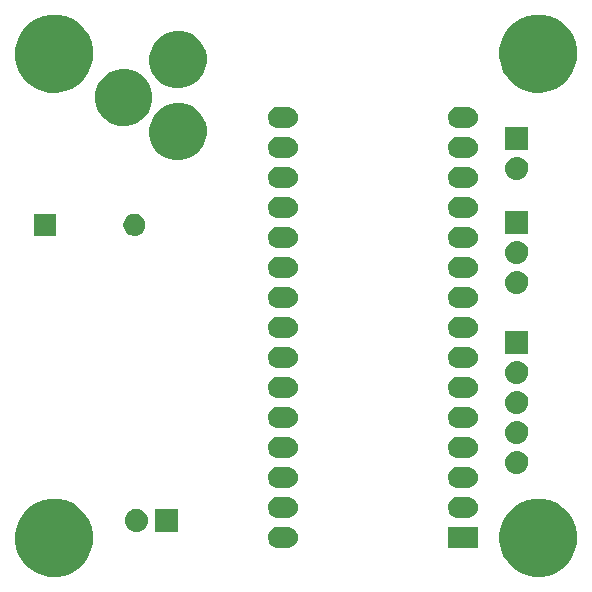
<source format=gbs>
G04 #@! TF.FileFunction,Soldermask,Bot*
%FSLAX46Y46*%
G04 Gerber Fmt 4.6, Leading zero omitted, Abs format (unit mm)*
G04 Created by KiCad (PCBNEW 4.0.5) date 07/30/17 20:50:31*
%MOMM*%
%LPD*%
G01*
G04 APERTURE LIST*
%ADD10C,0.150000*%
G04 APERTURE END LIST*
D10*
G36*
X4346822Y-41700197D02*
X4981155Y-41830406D01*
X5578108Y-42081343D01*
X6114960Y-42443454D01*
X6571249Y-42902939D01*
X6929601Y-43442303D01*
X7176366Y-44040998D01*
X7302057Y-44675784D01*
X7302057Y-44675792D01*
X7302142Y-44676222D01*
X7291814Y-45415853D01*
X7291717Y-45416279D01*
X7291717Y-45416291D01*
X7148352Y-46047317D01*
X6884966Y-46638889D01*
X6511695Y-47168035D01*
X6042752Y-47614603D01*
X5496003Y-47961580D01*
X4892268Y-48195755D01*
X4254553Y-48308201D01*
X3607140Y-48294639D01*
X2974685Y-48155585D01*
X2381291Y-47896338D01*
X1849552Y-47526769D01*
X1399720Y-47060955D01*
X1048936Y-46516643D01*
X810554Y-45914559D01*
X693657Y-45277641D01*
X702699Y-44630145D01*
X837332Y-43996744D01*
X1092432Y-43401552D01*
X1458279Y-42867245D01*
X1920941Y-42414172D01*
X2462794Y-42059594D01*
X3063198Y-41817015D01*
X3699284Y-41695675D01*
X4346822Y-41700197D01*
X4346822Y-41700197D01*
G37*
G36*
X45346822Y-41700197D02*
X45981155Y-41830406D01*
X46578108Y-42081343D01*
X47114960Y-42443454D01*
X47571249Y-42902939D01*
X47929601Y-43442303D01*
X48176366Y-44040998D01*
X48302057Y-44675784D01*
X48302057Y-44675792D01*
X48302142Y-44676222D01*
X48291814Y-45415853D01*
X48291717Y-45416279D01*
X48291717Y-45416291D01*
X48148352Y-46047317D01*
X47884966Y-46638889D01*
X47511695Y-47168035D01*
X47042752Y-47614603D01*
X46496003Y-47961580D01*
X45892268Y-48195755D01*
X45254553Y-48308201D01*
X44607140Y-48294639D01*
X43974685Y-48155585D01*
X43381291Y-47896338D01*
X42849552Y-47526769D01*
X42399720Y-47060955D01*
X42048936Y-46516643D01*
X41810554Y-45914559D01*
X41693657Y-45277641D01*
X41702699Y-44630145D01*
X41837332Y-43996744D01*
X42092432Y-43401552D01*
X42458279Y-42867245D01*
X42920941Y-42414172D01*
X43462794Y-42059594D01*
X44063198Y-41817015D01*
X44699284Y-41695675D01*
X45346822Y-41700197D01*
X45346822Y-41700197D01*
G37*
G36*
X39878000Y-45872400D02*
X37338000Y-45872400D01*
X37338000Y-44043600D01*
X39878000Y-44043600D01*
X39878000Y-45872400D01*
X39878000Y-45872400D01*
G37*
G36*
X23739934Y-44043670D02*
X23739944Y-44043671D01*
X23742512Y-44043689D01*
X23919859Y-44063582D01*
X24089965Y-44117543D01*
X24246351Y-44203516D01*
X24383059Y-44318228D01*
X24494882Y-44457308D01*
X24577562Y-44615460D01*
X24627948Y-44786659D01*
X24627951Y-44786696D01*
X24627956Y-44786712D01*
X24644125Y-44964384D01*
X24625478Y-45141803D01*
X24625474Y-45141815D01*
X24625469Y-45141866D01*
X24572697Y-45312344D01*
X24487817Y-45469326D01*
X24374063Y-45606831D01*
X24235766Y-45719623D01*
X24078196Y-45803405D01*
X23907353Y-45854985D01*
X23729745Y-45872400D01*
X23006103Y-45872400D01*
X22996066Y-45872330D01*
X22996056Y-45872329D01*
X22993488Y-45872311D01*
X22816141Y-45852418D01*
X22646035Y-45798457D01*
X22489649Y-45712484D01*
X22352941Y-45597772D01*
X22241118Y-45458692D01*
X22158438Y-45300540D01*
X22108052Y-45129341D01*
X22108049Y-45129304D01*
X22108044Y-45129288D01*
X22091875Y-44951616D01*
X22110522Y-44774197D01*
X22110526Y-44774185D01*
X22110531Y-44774134D01*
X22163303Y-44603656D01*
X22248183Y-44446674D01*
X22361937Y-44309169D01*
X22500234Y-44196377D01*
X22657804Y-44112595D01*
X22828647Y-44061015D01*
X23006255Y-44043600D01*
X23729897Y-44043600D01*
X23739934Y-44043670D01*
X23739934Y-44043670D01*
G37*
G36*
X11156393Y-42538218D02*
X11156411Y-42538224D01*
X11156453Y-42538228D01*
X11338603Y-42594613D01*
X11506331Y-42685303D01*
X11653251Y-42806845D01*
X11773764Y-42954609D01*
X11863281Y-43122967D01*
X11918393Y-43305506D01*
X11937000Y-43495273D01*
X11937000Y-43504882D01*
X11936924Y-43515791D01*
X11936923Y-43515801D01*
X11936905Y-43518368D01*
X11915650Y-43707857D01*
X11857995Y-43889608D01*
X11766136Y-44056700D01*
X11643571Y-44202767D01*
X11494969Y-44322246D01*
X11325991Y-44410586D01*
X11143072Y-44464422D01*
X11143032Y-44464426D01*
X11143017Y-44464430D01*
X10953179Y-44481707D01*
X10763607Y-44461782D01*
X10763589Y-44461776D01*
X10763547Y-44461772D01*
X10581397Y-44405387D01*
X10413669Y-44314697D01*
X10266749Y-44193155D01*
X10146236Y-44045391D01*
X10056719Y-43877033D01*
X10001607Y-43694494D01*
X9983000Y-43504727D01*
X9983000Y-43495118D01*
X9983076Y-43484209D01*
X9983077Y-43484199D01*
X9983095Y-43481632D01*
X10004350Y-43292143D01*
X10062005Y-43110392D01*
X10153864Y-42943300D01*
X10276429Y-42797233D01*
X10425031Y-42677754D01*
X10594009Y-42589414D01*
X10776928Y-42535578D01*
X10776968Y-42535574D01*
X10776983Y-42535570D01*
X10966821Y-42518293D01*
X11156393Y-42538218D01*
X11156393Y-42538218D01*
G37*
G36*
X14477000Y-44477000D02*
X12523000Y-44477000D01*
X12523000Y-42523000D01*
X14477000Y-42523000D01*
X14477000Y-44477000D01*
X14477000Y-44477000D01*
G37*
G36*
X23739934Y-41503670D02*
X23739944Y-41503671D01*
X23742512Y-41503689D01*
X23919859Y-41523582D01*
X24089965Y-41577543D01*
X24246351Y-41663516D01*
X24383059Y-41778228D01*
X24494882Y-41917308D01*
X24577562Y-42075460D01*
X24627948Y-42246659D01*
X24627951Y-42246696D01*
X24627956Y-42246712D01*
X24644125Y-42424384D01*
X24625478Y-42601803D01*
X24625474Y-42601815D01*
X24625469Y-42601866D01*
X24572697Y-42772344D01*
X24487817Y-42929326D01*
X24374063Y-43066831D01*
X24235766Y-43179623D01*
X24078196Y-43263405D01*
X23907353Y-43314985D01*
X23729745Y-43332400D01*
X23006103Y-43332400D01*
X22996066Y-43332330D01*
X22996056Y-43332329D01*
X22993488Y-43332311D01*
X22816141Y-43312418D01*
X22646035Y-43258457D01*
X22489649Y-43172484D01*
X22352941Y-43057772D01*
X22241118Y-42918692D01*
X22158438Y-42760540D01*
X22108052Y-42589341D01*
X22108049Y-42589304D01*
X22108044Y-42589288D01*
X22091875Y-42411616D01*
X22110522Y-42234197D01*
X22110526Y-42234185D01*
X22110531Y-42234134D01*
X22163303Y-42063656D01*
X22248183Y-41906674D01*
X22361937Y-41769169D01*
X22500234Y-41656377D01*
X22657804Y-41572595D01*
X22828647Y-41521015D01*
X23006255Y-41503600D01*
X23729897Y-41503600D01*
X23739934Y-41503670D01*
X23739934Y-41503670D01*
G37*
G36*
X38979934Y-41503670D02*
X38979944Y-41503671D01*
X38982512Y-41503689D01*
X39159859Y-41523582D01*
X39329965Y-41577543D01*
X39486351Y-41663516D01*
X39623059Y-41778228D01*
X39734882Y-41917308D01*
X39817562Y-42075460D01*
X39867948Y-42246659D01*
X39867951Y-42246696D01*
X39867956Y-42246712D01*
X39884125Y-42424384D01*
X39865478Y-42601803D01*
X39865474Y-42601815D01*
X39865469Y-42601866D01*
X39812697Y-42772344D01*
X39727817Y-42929326D01*
X39614063Y-43066831D01*
X39475766Y-43179623D01*
X39318196Y-43263405D01*
X39147353Y-43314985D01*
X38969745Y-43332400D01*
X38246103Y-43332400D01*
X38236066Y-43332330D01*
X38236056Y-43332329D01*
X38233488Y-43332311D01*
X38056141Y-43312418D01*
X37886035Y-43258457D01*
X37729649Y-43172484D01*
X37592941Y-43057772D01*
X37481118Y-42918692D01*
X37398438Y-42760540D01*
X37348052Y-42589341D01*
X37348049Y-42589304D01*
X37348044Y-42589288D01*
X37331875Y-42411616D01*
X37350522Y-42234197D01*
X37350526Y-42234185D01*
X37350531Y-42234134D01*
X37403303Y-42063656D01*
X37488183Y-41906674D01*
X37601937Y-41769169D01*
X37740234Y-41656377D01*
X37897804Y-41572595D01*
X38068647Y-41521015D01*
X38246255Y-41503600D01*
X38969897Y-41503600D01*
X38979934Y-41503670D01*
X38979934Y-41503670D01*
G37*
G36*
X38979934Y-38963670D02*
X38979944Y-38963671D01*
X38982512Y-38963689D01*
X39159859Y-38983582D01*
X39329965Y-39037543D01*
X39486351Y-39123516D01*
X39623059Y-39238228D01*
X39734882Y-39377308D01*
X39817562Y-39535460D01*
X39867948Y-39706659D01*
X39867951Y-39706696D01*
X39867956Y-39706712D01*
X39884125Y-39884384D01*
X39865478Y-40061803D01*
X39865474Y-40061815D01*
X39865469Y-40061866D01*
X39812697Y-40232344D01*
X39727817Y-40389326D01*
X39614063Y-40526831D01*
X39475766Y-40639623D01*
X39318196Y-40723405D01*
X39147353Y-40774985D01*
X38969745Y-40792400D01*
X38246103Y-40792400D01*
X38236066Y-40792330D01*
X38236056Y-40792329D01*
X38233488Y-40792311D01*
X38056141Y-40772418D01*
X37886035Y-40718457D01*
X37729649Y-40632484D01*
X37592941Y-40517772D01*
X37481118Y-40378692D01*
X37398438Y-40220540D01*
X37348052Y-40049341D01*
X37348049Y-40049304D01*
X37348044Y-40049288D01*
X37331875Y-39871616D01*
X37350522Y-39694197D01*
X37350526Y-39694185D01*
X37350531Y-39694134D01*
X37403303Y-39523656D01*
X37488183Y-39366674D01*
X37601937Y-39229169D01*
X37740234Y-39116377D01*
X37897804Y-39032595D01*
X38068647Y-38981015D01*
X38246255Y-38963600D01*
X38969897Y-38963600D01*
X38979934Y-38963670D01*
X38979934Y-38963670D01*
G37*
G36*
X23739934Y-38963670D02*
X23739944Y-38963671D01*
X23742512Y-38963689D01*
X23919859Y-38983582D01*
X24089965Y-39037543D01*
X24246351Y-39123516D01*
X24383059Y-39238228D01*
X24494882Y-39377308D01*
X24577562Y-39535460D01*
X24627948Y-39706659D01*
X24627951Y-39706696D01*
X24627956Y-39706712D01*
X24644125Y-39884384D01*
X24625478Y-40061803D01*
X24625474Y-40061815D01*
X24625469Y-40061866D01*
X24572697Y-40232344D01*
X24487817Y-40389326D01*
X24374063Y-40526831D01*
X24235766Y-40639623D01*
X24078196Y-40723405D01*
X23907353Y-40774985D01*
X23729745Y-40792400D01*
X23006103Y-40792400D01*
X22996066Y-40792330D01*
X22996056Y-40792329D01*
X22993488Y-40792311D01*
X22816141Y-40772418D01*
X22646035Y-40718457D01*
X22489649Y-40632484D01*
X22352941Y-40517772D01*
X22241118Y-40378692D01*
X22158438Y-40220540D01*
X22108052Y-40049341D01*
X22108049Y-40049304D01*
X22108044Y-40049288D01*
X22091875Y-39871616D01*
X22110522Y-39694197D01*
X22110526Y-39694185D01*
X22110531Y-39694134D01*
X22163303Y-39523656D01*
X22248183Y-39366674D01*
X22361937Y-39229169D01*
X22500234Y-39116377D01*
X22657804Y-39032595D01*
X22828647Y-38981015D01*
X23006255Y-38963600D01*
X23729897Y-38963600D01*
X23739934Y-38963670D01*
X23739934Y-38963670D01*
G37*
G36*
X43195791Y-37631076D02*
X43195801Y-37631077D01*
X43198368Y-37631095D01*
X43387857Y-37652350D01*
X43569608Y-37710005D01*
X43736700Y-37801864D01*
X43882767Y-37924429D01*
X44002246Y-38073031D01*
X44090586Y-38242009D01*
X44144422Y-38424928D01*
X44144426Y-38424968D01*
X44144430Y-38424983D01*
X44161707Y-38614821D01*
X44141782Y-38804393D01*
X44141776Y-38804411D01*
X44141772Y-38804453D01*
X44085387Y-38986603D01*
X43994697Y-39154331D01*
X43873155Y-39301251D01*
X43725391Y-39421764D01*
X43557033Y-39511281D01*
X43374494Y-39566393D01*
X43184727Y-39585000D01*
X43175118Y-39585000D01*
X43164209Y-39584924D01*
X43164199Y-39584923D01*
X43161632Y-39584905D01*
X42972143Y-39563650D01*
X42790392Y-39505995D01*
X42623300Y-39414136D01*
X42477233Y-39291571D01*
X42357754Y-39142969D01*
X42269414Y-38973991D01*
X42215578Y-38791072D01*
X42215574Y-38791032D01*
X42215570Y-38791017D01*
X42198293Y-38601179D01*
X42218218Y-38411607D01*
X42218224Y-38411589D01*
X42218228Y-38411547D01*
X42274613Y-38229397D01*
X42365303Y-38061669D01*
X42486845Y-37914749D01*
X42634609Y-37794236D01*
X42802967Y-37704719D01*
X42985506Y-37649607D01*
X43175273Y-37631000D01*
X43184882Y-37631000D01*
X43195791Y-37631076D01*
X43195791Y-37631076D01*
G37*
G36*
X23739934Y-36423670D02*
X23739944Y-36423671D01*
X23742512Y-36423689D01*
X23919859Y-36443582D01*
X24089965Y-36497543D01*
X24246351Y-36583516D01*
X24383059Y-36698228D01*
X24494882Y-36837308D01*
X24577562Y-36995460D01*
X24627948Y-37166659D01*
X24627951Y-37166696D01*
X24627956Y-37166712D01*
X24644125Y-37344384D01*
X24625478Y-37521803D01*
X24625474Y-37521815D01*
X24625469Y-37521866D01*
X24572697Y-37692344D01*
X24487817Y-37849326D01*
X24374063Y-37986831D01*
X24235766Y-38099623D01*
X24078196Y-38183405D01*
X23907353Y-38234985D01*
X23729745Y-38252400D01*
X23006103Y-38252400D01*
X22996066Y-38252330D01*
X22996056Y-38252329D01*
X22993488Y-38252311D01*
X22816141Y-38232418D01*
X22646035Y-38178457D01*
X22489649Y-38092484D01*
X22352941Y-37977772D01*
X22241118Y-37838692D01*
X22158438Y-37680540D01*
X22108052Y-37509341D01*
X22108049Y-37509304D01*
X22108044Y-37509288D01*
X22091875Y-37331616D01*
X22110522Y-37154197D01*
X22110526Y-37154185D01*
X22110531Y-37154134D01*
X22163303Y-36983656D01*
X22248183Y-36826674D01*
X22361937Y-36689169D01*
X22500234Y-36576377D01*
X22657804Y-36492595D01*
X22828647Y-36441015D01*
X23006255Y-36423600D01*
X23729897Y-36423600D01*
X23739934Y-36423670D01*
X23739934Y-36423670D01*
G37*
G36*
X38979934Y-36423670D02*
X38979944Y-36423671D01*
X38982512Y-36423689D01*
X39159859Y-36443582D01*
X39329965Y-36497543D01*
X39486351Y-36583516D01*
X39623059Y-36698228D01*
X39734882Y-36837308D01*
X39817562Y-36995460D01*
X39867948Y-37166659D01*
X39867951Y-37166696D01*
X39867956Y-37166712D01*
X39884125Y-37344384D01*
X39865478Y-37521803D01*
X39865474Y-37521815D01*
X39865469Y-37521866D01*
X39812697Y-37692344D01*
X39727817Y-37849326D01*
X39614063Y-37986831D01*
X39475766Y-38099623D01*
X39318196Y-38183405D01*
X39147353Y-38234985D01*
X38969745Y-38252400D01*
X38246103Y-38252400D01*
X38236066Y-38252330D01*
X38236056Y-38252329D01*
X38233488Y-38252311D01*
X38056141Y-38232418D01*
X37886035Y-38178457D01*
X37729649Y-38092484D01*
X37592941Y-37977772D01*
X37481118Y-37838692D01*
X37398438Y-37680540D01*
X37348052Y-37509341D01*
X37348049Y-37509304D01*
X37348044Y-37509288D01*
X37331875Y-37331616D01*
X37350522Y-37154197D01*
X37350526Y-37154185D01*
X37350531Y-37154134D01*
X37403303Y-36983656D01*
X37488183Y-36826674D01*
X37601937Y-36689169D01*
X37740234Y-36576377D01*
X37897804Y-36492595D01*
X38068647Y-36441015D01*
X38246255Y-36423600D01*
X38969897Y-36423600D01*
X38979934Y-36423670D01*
X38979934Y-36423670D01*
G37*
G36*
X43195791Y-35091076D02*
X43195801Y-35091077D01*
X43198368Y-35091095D01*
X43387857Y-35112350D01*
X43569608Y-35170005D01*
X43736700Y-35261864D01*
X43882767Y-35384429D01*
X44002246Y-35533031D01*
X44090586Y-35702009D01*
X44144422Y-35884928D01*
X44144426Y-35884968D01*
X44144430Y-35884983D01*
X44161707Y-36074821D01*
X44141782Y-36264393D01*
X44141776Y-36264411D01*
X44141772Y-36264453D01*
X44085387Y-36446603D01*
X43994697Y-36614331D01*
X43873155Y-36761251D01*
X43725391Y-36881764D01*
X43557033Y-36971281D01*
X43374494Y-37026393D01*
X43184727Y-37045000D01*
X43175118Y-37045000D01*
X43164209Y-37044924D01*
X43164199Y-37044923D01*
X43161632Y-37044905D01*
X42972143Y-37023650D01*
X42790392Y-36965995D01*
X42623300Y-36874136D01*
X42477233Y-36751571D01*
X42357754Y-36602969D01*
X42269414Y-36433991D01*
X42215578Y-36251072D01*
X42215574Y-36251032D01*
X42215570Y-36251017D01*
X42198293Y-36061179D01*
X42218218Y-35871607D01*
X42218224Y-35871589D01*
X42218228Y-35871547D01*
X42274613Y-35689397D01*
X42365303Y-35521669D01*
X42486845Y-35374749D01*
X42634609Y-35254236D01*
X42802967Y-35164719D01*
X42985506Y-35109607D01*
X43175273Y-35091000D01*
X43184882Y-35091000D01*
X43195791Y-35091076D01*
X43195791Y-35091076D01*
G37*
G36*
X38979934Y-33883670D02*
X38979944Y-33883671D01*
X38982512Y-33883689D01*
X39159859Y-33903582D01*
X39329965Y-33957543D01*
X39486351Y-34043516D01*
X39623059Y-34158228D01*
X39734882Y-34297308D01*
X39817562Y-34455460D01*
X39867948Y-34626659D01*
X39867951Y-34626696D01*
X39867956Y-34626712D01*
X39884125Y-34804384D01*
X39865478Y-34981803D01*
X39865474Y-34981815D01*
X39865469Y-34981866D01*
X39812697Y-35152344D01*
X39727817Y-35309326D01*
X39614063Y-35446831D01*
X39475766Y-35559623D01*
X39318196Y-35643405D01*
X39147353Y-35694985D01*
X38969745Y-35712400D01*
X38246103Y-35712400D01*
X38236066Y-35712330D01*
X38236056Y-35712329D01*
X38233488Y-35712311D01*
X38056141Y-35692418D01*
X37886035Y-35638457D01*
X37729649Y-35552484D01*
X37592941Y-35437772D01*
X37481118Y-35298692D01*
X37398438Y-35140540D01*
X37348052Y-34969341D01*
X37348049Y-34969304D01*
X37348044Y-34969288D01*
X37331875Y-34791616D01*
X37350522Y-34614197D01*
X37350526Y-34614185D01*
X37350531Y-34614134D01*
X37403303Y-34443656D01*
X37488183Y-34286674D01*
X37601937Y-34149169D01*
X37740234Y-34036377D01*
X37897804Y-33952595D01*
X38068647Y-33901015D01*
X38246255Y-33883600D01*
X38969897Y-33883600D01*
X38979934Y-33883670D01*
X38979934Y-33883670D01*
G37*
G36*
X23739934Y-33883670D02*
X23739944Y-33883671D01*
X23742512Y-33883689D01*
X23919859Y-33903582D01*
X24089965Y-33957543D01*
X24246351Y-34043516D01*
X24383059Y-34158228D01*
X24494882Y-34297308D01*
X24577562Y-34455460D01*
X24627948Y-34626659D01*
X24627951Y-34626696D01*
X24627956Y-34626712D01*
X24644125Y-34804384D01*
X24625478Y-34981803D01*
X24625474Y-34981815D01*
X24625469Y-34981866D01*
X24572697Y-35152344D01*
X24487817Y-35309326D01*
X24374063Y-35446831D01*
X24235766Y-35559623D01*
X24078196Y-35643405D01*
X23907353Y-35694985D01*
X23729745Y-35712400D01*
X23006103Y-35712400D01*
X22996066Y-35712330D01*
X22996056Y-35712329D01*
X22993488Y-35712311D01*
X22816141Y-35692418D01*
X22646035Y-35638457D01*
X22489649Y-35552484D01*
X22352941Y-35437772D01*
X22241118Y-35298692D01*
X22158438Y-35140540D01*
X22108052Y-34969341D01*
X22108049Y-34969304D01*
X22108044Y-34969288D01*
X22091875Y-34791616D01*
X22110522Y-34614197D01*
X22110526Y-34614185D01*
X22110531Y-34614134D01*
X22163303Y-34443656D01*
X22248183Y-34286674D01*
X22361937Y-34149169D01*
X22500234Y-34036377D01*
X22657804Y-33952595D01*
X22828647Y-33901015D01*
X23006255Y-33883600D01*
X23729897Y-33883600D01*
X23739934Y-33883670D01*
X23739934Y-33883670D01*
G37*
G36*
X43195791Y-32551076D02*
X43195801Y-32551077D01*
X43198368Y-32551095D01*
X43387857Y-32572350D01*
X43569608Y-32630005D01*
X43736700Y-32721864D01*
X43882767Y-32844429D01*
X44002246Y-32993031D01*
X44090586Y-33162009D01*
X44144422Y-33344928D01*
X44144426Y-33344968D01*
X44144430Y-33344983D01*
X44161707Y-33534821D01*
X44141782Y-33724393D01*
X44141776Y-33724411D01*
X44141772Y-33724453D01*
X44085387Y-33906603D01*
X43994697Y-34074331D01*
X43873155Y-34221251D01*
X43725391Y-34341764D01*
X43557033Y-34431281D01*
X43374494Y-34486393D01*
X43184727Y-34505000D01*
X43175118Y-34505000D01*
X43164209Y-34504924D01*
X43164199Y-34504923D01*
X43161632Y-34504905D01*
X42972143Y-34483650D01*
X42790392Y-34425995D01*
X42623300Y-34334136D01*
X42477233Y-34211571D01*
X42357754Y-34062969D01*
X42269414Y-33893991D01*
X42215578Y-33711072D01*
X42215574Y-33711032D01*
X42215570Y-33711017D01*
X42198293Y-33521179D01*
X42218218Y-33331607D01*
X42218224Y-33331589D01*
X42218228Y-33331547D01*
X42274613Y-33149397D01*
X42365303Y-32981669D01*
X42486845Y-32834749D01*
X42634609Y-32714236D01*
X42802967Y-32624719D01*
X42985506Y-32569607D01*
X43175273Y-32551000D01*
X43184882Y-32551000D01*
X43195791Y-32551076D01*
X43195791Y-32551076D01*
G37*
G36*
X38979934Y-31343670D02*
X38979944Y-31343671D01*
X38982512Y-31343689D01*
X39159859Y-31363582D01*
X39329965Y-31417543D01*
X39486351Y-31503516D01*
X39623059Y-31618228D01*
X39734882Y-31757308D01*
X39817562Y-31915460D01*
X39867948Y-32086659D01*
X39867951Y-32086696D01*
X39867956Y-32086712D01*
X39884125Y-32264384D01*
X39865478Y-32441803D01*
X39865474Y-32441815D01*
X39865469Y-32441866D01*
X39812697Y-32612344D01*
X39727817Y-32769326D01*
X39614063Y-32906831D01*
X39475766Y-33019623D01*
X39318196Y-33103405D01*
X39147353Y-33154985D01*
X38969745Y-33172400D01*
X38246103Y-33172400D01*
X38236066Y-33172330D01*
X38236056Y-33172329D01*
X38233488Y-33172311D01*
X38056141Y-33152418D01*
X37886035Y-33098457D01*
X37729649Y-33012484D01*
X37592941Y-32897772D01*
X37481118Y-32758692D01*
X37398438Y-32600540D01*
X37348052Y-32429341D01*
X37348049Y-32429304D01*
X37348044Y-32429288D01*
X37331875Y-32251616D01*
X37350522Y-32074197D01*
X37350526Y-32074185D01*
X37350531Y-32074134D01*
X37403303Y-31903656D01*
X37488183Y-31746674D01*
X37601937Y-31609169D01*
X37740234Y-31496377D01*
X37897804Y-31412595D01*
X38068647Y-31361015D01*
X38246255Y-31343600D01*
X38969897Y-31343600D01*
X38979934Y-31343670D01*
X38979934Y-31343670D01*
G37*
G36*
X23739934Y-31343670D02*
X23739944Y-31343671D01*
X23742512Y-31343689D01*
X23919859Y-31363582D01*
X24089965Y-31417543D01*
X24246351Y-31503516D01*
X24383059Y-31618228D01*
X24494882Y-31757308D01*
X24577562Y-31915460D01*
X24627948Y-32086659D01*
X24627951Y-32086696D01*
X24627956Y-32086712D01*
X24644125Y-32264384D01*
X24625478Y-32441803D01*
X24625474Y-32441815D01*
X24625469Y-32441866D01*
X24572697Y-32612344D01*
X24487817Y-32769326D01*
X24374063Y-32906831D01*
X24235766Y-33019623D01*
X24078196Y-33103405D01*
X23907353Y-33154985D01*
X23729745Y-33172400D01*
X23006103Y-33172400D01*
X22996066Y-33172330D01*
X22996056Y-33172329D01*
X22993488Y-33172311D01*
X22816141Y-33152418D01*
X22646035Y-33098457D01*
X22489649Y-33012484D01*
X22352941Y-32897772D01*
X22241118Y-32758692D01*
X22158438Y-32600540D01*
X22108052Y-32429341D01*
X22108049Y-32429304D01*
X22108044Y-32429288D01*
X22091875Y-32251616D01*
X22110522Y-32074197D01*
X22110526Y-32074185D01*
X22110531Y-32074134D01*
X22163303Y-31903656D01*
X22248183Y-31746674D01*
X22361937Y-31609169D01*
X22500234Y-31496377D01*
X22657804Y-31412595D01*
X22828647Y-31361015D01*
X23006255Y-31343600D01*
X23729897Y-31343600D01*
X23739934Y-31343670D01*
X23739934Y-31343670D01*
G37*
G36*
X43195791Y-30011076D02*
X43195801Y-30011077D01*
X43198368Y-30011095D01*
X43387857Y-30032350D01*
X43569608Y-30090005D01*
X43736700Y-30181864D01*
X43882767Y-30304429D01*
X44002246Y-30453031D01*
X44090586Y-30622009D01*
X44144422Y-30804928D01*
X44144426Y-30804968D01*
X44144430Y-30804983D01*
X44161707Y-30994821D01*
X44141782Y-31184393D01*
X44141776Y-31184411D01*
X44141772Y-31184453D01*
X44085387Y-31366603D01*
X43994697Y-31534331D01*
X43873155Y-31681251D01*
X43725391Y-31801764D01*
X43557033Y-31891281D01*
X43374494Y-31946393D01*
X43184727Y-31965000D01*
X43175118Y-31965000D01*
X43164209Y-31964924D01*
X43164199Y-31964923D01*
X43161632Y-31964905D01*
X42972143Y-31943650D01*
X42790392Y-31885995D01*
X42623300Y-31794136D01*
X42477233Y-31671571D01*
X42357754Y-31522969D01*
X42269414Y-31353991D01*
X42215578Y-31171072D01*
X42215574Y-31171032D01*
X42215570Y-31171017D01*
X42198293Y-30981179D01*
X42218218Y-30791607D01*
X42218224Y-30791589D01*
X42218228Y-30791547D01*
X42274613Y-30609397D01*
X42365303Y-30441669D01*
X42486845Y-30294749D01*
X42634609Y-30174236D01*
X42802967Y-30084719D01*
X42985506Y-30029607D01*
X43175273Y-30011000D01*
X43184882Y-30011000D01*
X43195791Y-30011076D01*
X43195791Y-30011076D01*
G37*
G36*
X38979934Y-28803670D02*
X38979944Y-28803671D01*
X38982512Y-28803689D01*
X39159859Y-28823582D01*
X39329965Y-28877543D01*
X39486351Y-28963516D01*
X39623059Y-29078228D01*
X39734882Y-29217308D01*
X39817562Y-29375460D01*
X39867948Y-29546659D01*
X39867951Y-29546696D01*
X39867956Y-29546712D01*
X39884125Y-29724384D01*
X39865478Y-29901803D01*
X39865474Y-29901815D01*
X39865469Y-29901866D01*
X39812697Y-30072344D01*
X39727817Y-30229326D01*
X39614063Y-30366831D01*
X39475766Y-30479623D01*
X39318196Y-30563405D01*
X39147353Y-30614985D01*
X38969745Y-30632400D01*
X38246103Y-30632400D01*
X38236066Y-30632330D01*
X38236056Y-30632329D01*
X38233488Y-30632311D01*
X38056141Y-30612418D01*
X37886035Y-30558457D01*
X37729649Y-30472484D01*
X37592941Y-30357772D01*
X37481118Y-30218692D01*
X37398438Y-30060540D01*
X37348052Y-29889341D01*
X37348049Y-29889304D01*
X37348044Y-29889288D01*
X37331875Y-29711616D01*
X37350522Y-29534197D01*
X37350526Y-29534185D01*
X37350531Y-29534134D01*
X37403303Y-29363656D01*
X37488183Y-29206674D01*
X37601937Y-29069169D01*
X37740234Y-28956377D01*
X37897804Y-28872595D01*
X38068647Y-28821015D01*
X38246255Y-28803600D01*
X38969897Y-28803600D01*
X38979934Y-28803670D01*
X38979934Y-28803670D01*
G37*
G36*
X23739934Y-28803670D02*
X23739944Y-28803671D01*
X23742512Y-28803689D01*
X23919859Y-28823582D01*
X24089965Y-28877543D01*
X24246351Y-28963516D01*
X24383059Y-29078228D01*
X24494882Y-29217308D01*
X24577562Y-29375460D01*
X24627948Y-29546659D01*
X24627951Y-29546696D01*
X24627956Y-29546712D01*
X24644125Y-29724384D01*
X24625478Y-29901803D01*
X24625474Y-29901815D01*
X24625469Y-29901866D01*
X24572697Y-30072344D01*
X24487817Y-30229326D01*
X24374063Y-30366831D01*
X24235766Y-30479623D01*
X24078196Y-30563405D01*
X23907353Y-30614985D01*
X23729745Y-30632400D01*
X23006103Y-30632400D01*
X22996066Y-30632330D01*
X22996056Y-30632329D01*
X22993488Y-30632311D01*
X22816141Y-30612418D01*
X22646035Y-30558457D01*
X22489649Y-30472484D01*
X22352941Y-30357772D01*
X22241118Y-30218692D01*
X22158438Y-30060540D01*
X22108052Y-29889341D01*
X22108049Y-29889304D01*
X22108044Y-29889288D01*
X22091875Y-29711616D01*
X22110522Y-29534197D01*
X22110526Y-29534185D01*
X22110531Y-29534134D01*
X22163303Y-29363656D01*
X22248183Y-29206674D01*
X22361937Y-29069169D01*
X22500234Y-28956377D01*
X22657804Y-28872595D01*
X22828647Y-28821015D01*
X23006255Y-28803600D01*
X23729897Y-28803600D01*
X23739934Y-28803670D01*
X23739934Y-28803670D01*
G37*
G36*
X44157000Y-29425000D02*
X42203000Y-29425000D01*
X42203000Y-27471000D01*
X44157000Y-27471000D01*
X44157000Y-29425000D01*
X44157000Y-29425000D01*
G37*
G36*
X38979934Y-26263670D02*
X38979944Y-26263671D01*
X38982512Y-26263689D01*
X39159859Y-26283582D01*
X39329965Y-26337543D01*
X39486351Y-26423516D01*
X39623059Y-26538228D01*
X39734882Y-26677308D01*
X39817562Y-26835460D01*
X39867948Y-27006659D01*
X39867951Y-27006696D01*
X39867956Y-27006712D01*
X39884125Y-27184384D01*
X39865478Y-27361803D01*
X39865474Y-27361815D01*
X39865469Y-27361866D01*
X39812697Y-27532344D01*
X39727817Y-27689326D01*
X39614063Y-27826831D01*
X39475766Y-27939623D01*
X39318196Y-28023405D01*
X39147353Y-28074985D01*
X38969745Y-28092400D01*
X38246103Y-28092400D01*
X38236066Y-28092330D01*
X38236056Y-28092329D01*
X38233488Y-28092311D01*
X38056141Y-28072418D01*
X37886035Y-28018457D01*
X37729649Y-27932484D01*
X37592941Y-27817772D01*
X37481118Y-27678692D01*
X37398438Y-27520540D01*
X37348052Y-27349341D01*
X37348049Y-27349304D01*
X37348044Y-27349288D01*
X37331875Y-27171616D01*
X37350522Y-26994197D01*
X37350526Y-26994185D01*
X37350531Y-26994134D01*
X37403303Y-26823656D01*
X37488183Y-26666674D01*
X37601937Y-26529169D01*
X37740234Y-26416377D01*
X37897804Y-26332595D01*
X38068647Y-26281015D01*
X38246255Y-26263600D01*
X38969897Y-26263600D01*
X38979934Y-26263670D01*
X38979934Y-26263670D01*
G37*
G36*
X23739934Y-26263670D02*
X23739944Y-26263671D01*
X23742512Y-26263689D01*
X23919859Y-26283582D01*
X24089965Y-26337543D01*
X24246351Y-26423516D01*
X24383059Y-26538228D01*
X24494882Y-26677308D01*
X24577562Y-26835460D01*
X24627948Y-27006659D01*
X24627951Y-27006696D01*
X24627956Y-27006712D01*
X24644125Y-27184384D01*
X24625478Y-27361803D01*
X24625474Y-27361815D01*
X24625469Y-27361866D01*
X24572697Y-27532344D01*
X24487817Y-27689326D01*
X24374063Y-27826831D01*
X24235766Y-27939623D01*
X24078196Y-28023405D01*
X23907353Y-28074985D01*
X23729745Y-28092400D01*
X23006103Y-28092400D01*
X22996066Y-28092330D01*
X22996056Y-28092329D01*
X22993488Y-28092311D01*
X22816141Y-28072418D01*
X22646035Y-28018457D01*
X22489649Y-27932484D01*
X22352941Y-27817772D01*
X22241118Y-27678692D01*
X22158438Y-27520540D01*
X22108052Y-27349341D01*
X22108049Y-27349304D01*
X22108044Y-27349288D01*
X22091875Y-27171616D01*
X22110522Y-26994197D01*
X22110526Y-26994185D01*
X22110531Y-26994134D01*
X22163303Y-26823656D01*
X22248183Y-26666674D01*
X22361937Y-26529169D01*
X22500234Y-26416377D01*
X22657804Y-26332595D01*
X22828647Y-26281015D01*
X23006255Y-26263600D01*
X23729897Y-26263600D01*
X23739934Y-26263670D01*
X23739934Y-26263670D01*
G37*
G36*
X38979934Y-23723670D02*
X38979944Y-23723671D01*
X38982512Y-23723689D01*
X39159859Y-23743582D01*
X39329965Y-23797543D01*
X39486351Y-23883516D01*
X39623059Y-23998228D01*
X39734882Y-24137308D01*
X39817562Y-24295460D01*
X39867948Y-24466659D01*
X39867951Y-24466696D01*
X39867956Y-24466712D01*
X39884125Y-24644384D01*
X39865478Y-24821803D01*
X39865474Y-24821815D01*
X39865469Y-24821866D01*
X39812697Y-24992344D01*
X39727817Y-25149326D01*
X39614063Y-25286831D01*
X39475766Y-25399623D01*
X39318196Y-25483405D01*
X39147353Y-25534985D01*
X38969745Y-25552400D01*
X38246103Y-25552400D01*
X38236066Y-25552330D01*
X38236056Y-25552329D01*
X38233488Y-25552311D01*
X38056141Y-25532418D01*
X37886035Y-25478457D01*
X37729649Y-25392484D01*
X37592941Y-25277772D01*
X37481118Y-25138692D01*
X37398438Y-24980540D01*
X37348052Y-24809341D01*
X37348049Y-24809304D01*
X37348044Y-24809288D01*
X37331875Y-24631616D01*
X37350522Y-24454197D01*
X37350526Y-24454185D01*
X37350531Y-24454134D01*
X37403303Y-24283656D01*
X37488183Y-24126674D01*
X37601937Y-23989169D01*
X37740234Y-23876377D01*
X37897804Y-23792595D01*
X38068647Y-23741015D01*
X38246255Y-23723600D01*
X38969897Y-23723600D01*
X38979934Y-23723670D01*
X38979934Y-23723670D01*
G37*
G36*
X23739934Y-23723670D02*
X23739944Y-23723671D01*
X23742512Y-23723689D01*
X23919859Y-23743582D01*
X24089965Y-23797543D01*
X24246351Y-23883516D01*
X24383059Y-23998228D01*
X24494882Y-24137308D01*
X24577562Y-24295460D01*
X24627948Y-24466659D01*
X24627951Y-24466696D01*
X24627956Y-24466712D01*
X24644125Y-24644384D01*
X24625478Y-24821803D01*
X24625474Y-24821815D01*
X24625469Y-24821866D01*
X24572697Y-24992344D01*
X24487817Y-25149326D01*
X24374063Y-25286831D01*
X24235766Y-25399623D01*
X24078196Y-25483405D01*
X23907353Y-25534985D01*
X23729745Y-25552400D01*
X23006103Y-25552400D01*
X22996066Y-25552330D01*
X22996056Y-25552329D01*
X22993488Y-25552311D01*
X22816141Y-25532418D01*
X22646035Y-25478457D01*
X22489649Y-25392484D01*
X22352941Y-25277772D01*
X22241118Y-25138692D01*
X22158438Y-24980540D01*
X22108052Y-24809341D01*
X22108049Y-24809304D01*
X22108044Y-24809288D01*
X22091875Y-24631616D01*
X22110522Y-24454197D01*
X22110526Y-24454185D01*
X22110531Y-24454134D01*
X22163303Y-24283656D01*
X22248183Y-24126674D01*
X22361937Y-23989169D01*
X22500234Y-23876377D01*
X22657804Y-23792595D01*
X22828647Y-23741015D01*
X23006255Y-23723600D01*
X23729897Y-23723600D01*
X23739934Y-23723670D01*
X23739934Y-23723670D01*
G37*
G36*
X43195791Y-22391076D02*
X43195801Y-22391077D01*
X43198368Y-22391095D01*
X43387857Y-22412350D01*
X43569608Y-22470005D01*
X43736700Y-22561864D01*
X43882767Y-22684429D01*
X44002246Y-22833031D01*
X44090586Y-23002009D01*
X44144422Y-23184928D01*
X44144426Y-23184968D01*
X44144430Y-23184983D01*
X44161707Y-23374821D01*
X44141782Y-23564393D01*
X44141776Y-23564411D01*
X44141772Y-23564453D01*
X44085387Y-23746603D01*
X43994697Y-23914331D01*
X43873155Y-24061251D01*
X43725391Y-24181764D01*
X43557033Y-24271281D01*
X43374494Y-24326393D01*
X43184727Y-24345000D01*
X43175118Y-24345000D01*
X43164209Y-24344924D01*
X43164199Y-24344923D01*
X43161632Y-24344905D01*
X42972143Y-24323650D01*
X42790392Y-24265995D01*
X42623300Y-24174136D01*
X42477233Y-24051571D01*
X42357754Y-23902969D01*
X42269414Y-23733991D01*
X42215578Y-23551072D01*
X42215574Y-23551032D01*
X42215570Y-23551017D01*
X42198293Y-23361179D01*
X42218218Y-23171607D01*
X42218224Y-23171589D01*
X42218228Y-23171547D01*
X42274613Y-22989397D01*
X42365303Y-22821669D01*
X42486845Y-22674749D01*
X42634609Y-22554236D01*
X42802967Y-22464719D01*
X42985506Y-22409607D01*
X43175273Y-22391000D01*
X43184882Y-22391000D01*
X43195791Y-22391076D01*
X43195791Y-22391076D01*
G37*
G36*
X38979934Y-21183670D02*
X38979944Y-21183671D01*
X38982512Y-21183689D01*
X39159859Y-21203582D01*
X39329965Y-21257543D01*
X39486351Y-21343516D01*
X39623059Y-21458228D01*
X39734882Y-21597308D01*
X39817562Y-21755460D01*
X39867948Y-21926659D01*
X39867951Y-21926696D01*
X39867956Y-21926712D01*
X39884125Y-22104384D01*
X39865478Y-22281803D01*
X39865474Y-22281815D01*
X39865469Y-22281866D01*
X39812697Y-22452344D01*
X39727817Y-22609326D01*
X39614063Y-22746831D01*
X39475766Y-22859623D01*
X39318196Y-22943405D01*
X39147353Y-22994985D01*
X38969745Y-23012400D01*
X38246103Y-23012400D01*
X38236066Y-23012330D01*
X38236056Y-23012329D01*
X38233488Y-23012311D01*
X38056141Y-22992418D01*
X37886035Y-22938457D01*
X37729649Y-22852484D01*
X37592941Y-22737772D01*
X37481118Y-22598692D01*
X37398438Y-22440540D01*
X37348052Y-22269341D01*
X37348049Y-22269304D01*
X37348044Y-22269288D01*
X37331875Y-22091616D01*
X37350522Y-21914197D01*
X37350526Y-21914185D01*
X37350531Y-21914134D01*
X37403303Y-21743656D01*
X37488183Y-21586674D01*
X37601937Y-21449169D01*
X37740234Y-21336377D01*
X37897804Y-21252595D01*
X38068647Y-21201015D01*
X38246255Y-21183600D01*
X38969897Y-21183600D01*
X38979934Y-21183670D01*
X38979934Y-21183670D01*
G37*
G36*
X23739934Y-21183670D02*
X23739944Y-21183671D01*
X23742512Y-21183689D01*
X23919859Y-21203582D01*
X24089965Y-21257543D01*
X24246351Y-21343516D01*
X24383059Y-21458228D01*
X24494882Y-21597308D01*
X24577562Y-21755460D01*
X24627948Y-21926659D01*
X24627951Y-21926696D01*
X24627956Y-21926712D01*
X24644125Y-22104384D01*
X24625478Y-22281803D01*
X24625474Y-22281815D01*
X24625469Y-22281866D01*
X24572697Y-22452344D01*
X24487817Y-22609326D01*
X24374063Y-22746831D01*
X24235766Y-22859623D01*
X24078196Y-22943405D01*
X23907353Y-22994985D01*
X23729745Y-23012400D01*
X23006103Y-23012400D01*
X22996066Y-23012330D01*
X22996056Y-23012329D01*
X22993488Y-23012311D01*
X22816141Y-22992418D01*
X22646035Y-22938457D01*
X22489649Y-22852484D01*
X22352941Y-22737772D01*
X22241118Y-22598692D01*
X22158438Y-22440540D01*
X22108052Y-22269341D01*
X22108049Y-22269304D01*
X22108044Y-22269288D01*
X22091875Y-22091616D01*
X22110522Y-21914197D01*
X22110526Y-21914185D01*
X22110531Y-21914134D01*
X22163303Y-21743656D01*
X22248183Y-21586674D01*
X22361937Y-21449169D01*
X22500234Y-21336377D01*
X22657804Y-21252595D01*
X22828647Y-21201015D01*
X23006255Y-21183600D01*
X23729897Y-21183600D01*
X23739934Y-21183670D01*
X23739934Y-21183670D01*
G37*
G36*
X43195791Y-19851076D02*
X43195801Y-19851077D01*
X43198368Y-19851095D01*
X43387857Y-19872350D01*
X43569608Y-19930005D01*
X43736700Y-20021864D01*
X43882767Y-20144429D01*
X44002246Y-20293031D01*
X44090586Y-20462009D01*
X44144422Y-20644928D01*
X44144426Y-20644968D01*
X44144430Y-20644983D01*
X44161707Y-20834821D01*
X44141782Y-21024393D01*
X44141776Y-21024411D01*
X44141772Y-21024453D01*
X44085387Y-21206603D01*
X43994697Y-21374331D01*
X43873155Y-21521251D01*
X43725391Y-21641764D01*
X43557033Y-21731281D01*
X43374494Y-21786393D01*
X43184727Y-21805000D01*
X43175118Y-21805000D01*
X43164209Y-21804924D01*
X43164199Y-21804923D01*
X43161632Y-21804905D01*
X42972143Y-21783650D01*
X42790392Y-21725995D01*
X42623300Y-21634136D01*
X42477233Y-21511571D01*
X42357754Y-21362969D01*
X42269414Y-21193991D01*
X42215578Y-21011072D01*
X42215574Y-21011032D01*
X42215570Y-21011017D01*
X42198293Y-20821179D01*
X42218218Y-20631607D01*
X42218224Y-20631589D01*
X42218228Y-20631547D01*
X42274613Y-20449397D01*
X42365303Y-20281669D01*
X42486845Y-20134749D01*
X42634609Y-20014236D01*
X42802967Y-19924719D01*
X42985506Y-19869607D01*
X43175273Y-19851000D01*
X43184882Y-19851000D01*
X43195791Y-19851076D01*
X43195791Y-19851076D01*
G37*
G36*
X38979934Y-18643670D02*
X38979944Y-18643671D01*
X38982512Y-18643689D01*
X39159859Y-18663582D01*
X39329965Y-18717543D01*
X39486351Y-18803516D01*
X39623059Y-18918228D01*
X39734882Y-19057308D01*
X39817562Y-19215460D01*
X39867948Y-19386659D01*
X39867951Y-19386696D01*
X39867956Y-19386712D01*
X39884125Y-19564384D01*
X39865478Y-19741803D01*
X39865474Y-19741815D01*
X39865469Y-19741866D01*
X39812697Y-19912344D01*
X39727817Y-20069326D01*
X39614063Y-20206831D01*
X39475766Y-20319623D01*
X39318196Y-20403405D01*
X39147353Y-20454985D01*
X38969745Y-20472400D01*
X38246103Y-20472400D01*
X38236066Y-20472330D01*
X38236056Y-20472329D01*
X38233488Y-20472311D01*
X38056141Y-20452418D01*
X37886035Y-20398457D01*
X37729649Y-20312484D01*
X37592941Y-20197772D01*
X37481118Y-20058692D01*
X37398438Y-19900540D01*
X37348052Y-19729341D01*
X37348049Y-19729304D01*
X37348044Y-19729288D01*
X37331875Y-19551616D01*
X37350522Y-19374197D01*
X37350526Y-19374185D01*
X37350531Y-19374134D01*
X37403303Y-19203656D01*
X37488183Y-19046674D01*
X37601937Y-18909169D01*
X37740234Y-18796377D01*
X37897804Y-18712595D01*
X38068647Y-18661015D01*
X38246255Y-18643600D01*
X38969897Y-18643600D01*
X38979934Y-18643670D01*
X38979934Y-18643670D01*
G37*
G36*
X23739934Y-18643670D02*
X23739944Y-18643671D01*
X23742512Y-18643689D01*
X23919859Y-18663582D01*
X24089965Y-18717543D01*
X24246351Y-18803516D01*
X24383059Y-18918228D01*
X24494882Y-19057308D01*
X24577562Y-19215460D01*
X24627948Y-19386659D01*
X24627951Y-19386696D01*
X24627956Y-19386712D01*
X24644125Y-19564384D01*
X24625478Y-19741803D01*
X24625474Y-19741815D01*
X24625469Y-19741866D01*
X24572697Y-19912344D01*
X24487817Y-20069326D01*
X24374063Y-20206831D01*
X24235766Y-20319623D01*
X24078196Y-20403405D01*
X23907353Y-20454985D01*
X23729745Y-20472400D01*
X23006103Y-20472400D01*
X22996066Y-20472330D01*
X22996056Y-20472329D01*
X22993488Y-20472311D01*
X22816141Y-20452418D01*
X22646035Y-20398457D01*
X22489649Y-20312484D01*
X22352941Y-20197772D01*
X22241118Y-20058692D01*
X22158438Y-19900540D01*
X22108052Y-19729341D01*
X22108049Y-19729304D01*
X22108044Y-19729288D01*
X22091875Y-19551616D01*
X22110522Y-19374197D01*
X22110526Y-19374185D01*
X22110531Y-19374134D01*
X22163303Y-19203656D01*
X22248183Y-19046674D01*
X22361937Y-18909169D01*
X22500234Y-18796377D01*
X22657804Y-18712595D01*
X22828647Y-18661015D01*
X23006255Y-18643600D01*
X23729897Y-18643600D01*
X23739934Y-18643670D01*
X23739934Y-18643670D01*
G37*
G36*
X10897365Y-17573614D02*
X11075450Y-17610169D01*
X11243035Y-17680616D01*
X11393754Y-17782277D01*
X11521852Y-17911273D01*
X11622455Y-18062691D01*
X11691731Y-18230770D01*
X11726956Y-18408664D01*
X11726956Y-18408683D01*
X11727039Y-18409103D01*
X11724140Y-18616746D01*
X11724044Y-18617168D01*
X11724044Y-18617184D01*
X11683868Y-18794023D01*
X11609924Y-18960101D01*
X11505133Y-19108653D01*
X11373482Y-19234023D01*
X11219988Y-19331432D01*
X11050493Y-19397176D01*
X10871464Y-19428744D01*
X10689710Y-19424936D01*
X10512153Y-19385897D01*
X10345564Y-19313117D01*
X10196285Y-19209365D01*
X10069997Y-19078591D01*
X9971520Y-18925783D01*
X9904596Y-18756753D01*
X9871779Y-18577945D01*
X9874317Y-18396165D01*
X9912113Y-18218347D01*
X9983730Y-18051253D01*
X10086437Y-17901252D01*
X10216326Y-17774056D01*
X10368448Y-17674510D01*
X10537002Y-17606411D01*
X10715578Y-17572344D01*
X10897365Y-17573614D01*
X10897365Y-17573614D01*
G37*
G36*
X4127000Y-19427000D02*
X2273000Y-19427000D01*
X2273000Y-17573000D01*
X4127000Y-17573000D01*
X4127000Y-19427000D01*
X4127000Y-19427000D01*
G37*
G36*
X44157000Y-19265000D02*
X42203000Y-19265000D01*
X42203000Y-17311000D01*
X44157000Y-17311000D01*
X44157000Y-19265000D01*
X44157000Y-19265000D01*
G37*
G36*
X38979934Y-16103670D02*
X38979944Y-16103671D01*
X38982512Y-16103689D01*
X39159859Y-16123582D01*
X39329965Y-16177543D01*
X39486351Y-16263516D01*
X39623059Y-16378228D01*
X39734882Y-16517308D01*
X39817562Y-16675460D01*
X39867948Y-16846659D01*
X39867951Y-16846696D01*
X39867956Y-16846712D01*
X39884125Y-17024384D01*
X39865478Y-17201803D01*
X39865474Y-17201815D01*
X39865469Y-17201866D01*
X39812697Y-17372344D01*
X39727817Y-17529326D01*
X39614063Y-17666831D01*
X39475766Y-17779623D01*
X39318196Y-17863405D01*
X39147353Y-17914985D01*
X38969745Y-17932400D01*
X38246103Y-17932400D01*
X38236066Y-17932330D01*
X38236056Y-17932329D01*
X38233488Y-17932311D01*
X38056141Y-17912418D01*
X37886035Y-17858457D01*
X37729649Y-17772484D01*
X37592941Y-17657772D01*
X37481118Y-17518692D01*
X37398438Y-17360540D01*
X37348052Y-17189341D01*
X37348049Y-17189304D01*
X37348044Y-17189288D01*
X37331875Y-17011616D01*
X37350522Y-16834197D01*
X37350526Y-16834185D01*
X37350531Y-16834134D01*
X37403303Y-16663656D01*
X37488183Y-16506674D01*
X37601937Y-16369169D01*
X37740234Y-16256377D01*
X37897804Y-16172595D01*
X38068647Y-16121015D01*
X38246255Y-16103600D01*
X38969897Y-16103600D01*
X38979934Y-16103670D01*
X38979934Y-16103670D01*
G37*
G36*
X23739934Y-16103670D02*
X23739944Y-16103671D01*
X23742512Y-16103689D01*
X23919859Y-16123582D01*
X24089965Y-16177543D01*
X24246351Y-16263516D01*
X24383059Y-16378228D01*
X24494882Y-16517308D01*
X24577562Y-16675460D01*
X24627948Y-16846659D01*
X24627951Y-16846696D01*
X24627956Y-16846712D01*
X24644125Y-17024384D01*
X24625478Y-17201803D01*
X24625474Y-17201815D01*
X24625469Y-17201866D01*
X24572697Y-17372344D01*
X24487817Y-17529326D01*
X24374063Y-17666831D01*
X24235766Y-17779623D01*
X24078196Y-17863405D01*
X23907353Y-17914985D01*
X23729745Y-17932400D01*
X23006103Y-17932400D01*
X22996066Y-17932330D01*
X22996056Y-17932329D01*
X22993488Y-17932311D01*
X22816141Y-17912418D01*
X22646035Y-17858457D01*
X22489649Y-17772484D01*
X22352941Y-17657772D01*
X22241118Y-17518692D01*
X22158438Y-17360540D01*
X22108052Y-17189341D01*
X22108049Y-17189304D01*
X22108044Y-17189288D01*
X22091875Y-17011616D01*
X22110522Y-16834197D01*
X22110526Y-16834185D01*
X22110531Y-16834134D01*
X22163303Y-16663656D01*
X22248183Y-16506674D01*
X22361937Y-16369169D01*
X22500234Y-16256377D01*
X22657804Y-16172595D01*
X22828647Y-16121015D01*
X23006255Y-16103600D01*
X23729897Y-16103600D01*
X23739934Y-16103670D01*
X23739934Y-16103670D01*
G37*
G36*
X38979934Y-13563670D02*
X38979944Y-13563671D01*
X38982512Y-13563689D01*
X39159859Y-13583582D01*
X39329965Y-13637543D01*
X39486351Y-13723516D01*
X39623059Y-13838228D01*
X39734882Y-13977308D01*
X39817562Y-14135460D01*
X39867948Y-14306659D01*
X39867951Y-14306696D01*
X39867956Y-14306712D01*
X39884125Y-14484384D01*
X39865478Y-14661803D01*
X39865474Y-14661815D01*
X39865469Y-14661866D01*
X39812697Y-14832344D01*
X39727817Y-14989326D01*
X39614063Y-15126831D01*
X39475766Y-15239623D01*
X39318196Y-15323405D01*
X39147353Y-15374985D01*
X38969745Y-15392400D01*
X38246103Y-15392400D01*
X38236066Y-15392330D01*
X38236056Y-15392329D01*
X38233488Y-15392311D01*
X38056141Y-15372418D01*
X37886035Y-15318457D01*
X37729649Y-15232484D01*
X37592941Y-15117772D01*
X37481118Y-14978692D01*
X37398438Y-14820540D01*
X37348052Y-14649341D01*
X37348049Y-14649304D01*
X37348044Y-14649288D01*
X37331875Y-14471616D01*
X37350522Y-14294197D01*
X37350526Y-14294185D01*
X37350531Y-14294134D01*
X37403303Y-14123656D01*
X37488183Y-13966674D01*
X37601937Y-13829169D01*
X37740234Y-13716377D01*
X37897804Y-13632595D01*
X38068647Y-13581015D01*
X38246255Y-13563600D01*
X38969897Y-13563600D01*
X38979934Y-13563670D01*
X38979934Y-13563670D01*
G37*
G36*
X23739934Y-13563670D02*
X23739944Y-13563671D01*
X23742512Y-13563689D01*
X23919859Y-13583582D01*
X24089965Y-13637543D01*
X24246351Y-13723516D01*
X24383059Y-13838228D01*
X24494882Y-13977308D01*
X24577562Y-14135460D01*
X24627948Y-14306659D01*
X24627951Y-14306696D01*
X24627956Y-14306712D01*
X24644125Y-14484384D01*
X24625478Y-14661803D01*
X24625474Y-14661815D01*
X24625469Y-14661866D01*
X24572697Y-14832344D01*
X24487817Y-14989326D01*
X24374063Y-15126831D01*
X24235766Y-15239623D01*
X24078196Y-15323405D01*
X23907353Y-15374985D01*
X23729745Y-15392400D01*
X23006103Y-15392400D01*
X22996066Y-15392330D01*
X22996056Y-15392329D01*
X22993488Y-15392311D01*
X22816141Y-15372418D01*
X22646035Y-15318457D01*
X22489649Y-15232484D01*
X22352941Y-15117772D01*
X22241118Y-14978692D01*
X22158438Y-14820540D01*
X22108052Y-14649341D01*
X22108049Y-14649304D01*
X22108044Y-14649288D01*
X22091875Y-14471616D01*
X22110522Y-14294197D01*
X22110526Y-14294185D01*
X22110531Y-14294134D01*
X22163303Y-14123656D01*
X22248183Y-13966674D01*
X22361937Y-13829169D01*
X22500234Y-13716377D01*
X22657804Y-13632595D01*
X22828647Y-13581015D01*
X23006255Y-13563600D01*
X23729897Y-13563600D01*
X23739934Y-13563670D01*
X23739934Y-13563670D01*
G37*
G36*
X43195791Y-12739076D02*
X43195801Y-12739077D01*
X43198368Y-12739095D01*
X43387857Y-12760350D01*
X43569608Y-12818005D01*
X43736700Y-12909864D01*
X43882767Y-13032429D01*
X44002246Y-13181031D01*
X44090586Y-13350009D01*
X44144422Y-13532928D01*
X44144426Y-13532968D01*
X44144430Y-13532983D01*
X44161707Y-13722821D01*
X44141782Y-13912393D01*
X44141776Y-13912411D01*
X44141772Y-13912453D01*
X44085387Y-14094603D01*
X43994697Y-14262331D01*
X43873155Y-14409251D01*
X43725391Y-14529764D01*
X43557033Y-14619281D01*
X43374494Y-14674393D01*
X43184727Y-14693000D01*
X43175118Y-14693000D01*
X43164209Y-14692924D01*
X43164199Y-14692923D01*
X43161632Y-14692905D01*
X42972143Y-14671650D01*
X42790392Y-14613995D01*
X42623300Y-14522136D01*
X42477233Y-14399571D01*
X42357754Y-14250969D01*
X42269414Y-14081991D01*
X42215578Y-13899072D01*
X42215574Y-13899032D01*
X42215570Y-13899017D01*
X42198293Y-13709179D01*
X42218218Y-13519607D01*
X42218224Y-13519589D01*
X42218228Y-13519547D01*
X42274613Y-13337397D01*
X42365303Y-13169669D01*
X42486845Y-13022749D01*
X42634609Y-12902236D01*
X42802967Y-12812719D01*
X42985506Y-12757607D01*
X43175273Y-12739000D01*
X43184882Y-12739000D01*
X43195791Y-12739076D01*
X43195791Y-12739076D01*
G37*
G36*
X14754917Y-8174614D02*
X15221158Y-8270319D01*
X15659923Y-8454759D01*
X16054515Y-8720915D01*
X16389891Y-9058640D01*
X16653284Y-9455078D01*
X16834658Y-9895124D01*
X16927019Y-10361582D01*
X16927019Y-10361590D01*
X16927104Y-10362020D01*
X16919513Y-10905656D01*
X16919416Y-10906082D01*
X16919416Y-10906094D01*
X16814068Y-11369787D01*
X16620477Y-11804598D01*
X16346119Y-12193526D01*
X16001442Y-12521757D01*
X15599577Y-12776789D01*
X15155824Y-12948909D01*
X14687099Y-13031558D01*
X14211245Y-13021590D01*
X13746384Y-12919383D01*
X13310234Y-12728835D01*
X12919402Y-12457199D01*
X12588770Y-12114820D01*
X12330941Y-11714747D01*
X12155728Y-11272209D01*
X12069808Y-10804069D01*
X12076453Y-10328152D01*
X12175410Y-9862598D01*
X12362912Y-9425124D01*
X12631811Y-9032406D01*
X12971873Y-8699393D01*
X13370140Y-8438774D01*
X13811442Y-8260477D01*
X14278971Y-8171290D01*
X14754917Y-8174614D01*
X14754917Y-8174614D01*
G37*
G36*
X38979934Y-11023670D02*
X38979944Y-11023671D01*
X38982512Y-11023689D01*
X39159859Y-11043582D01*
X39329965Y-11097543D01*
X39486351Y-11183516D01*
X39623059Y-11298228D01*
X39734882Y-11437308D01*
X39817562Y-11595460D01*
X39867948Y-11766659D01*
X39867951Y-11766696D01*
X39867956Y-11766712D01*
X39884125Y-11944384D01*
X39865478Y-12121803D01*
X39865474Y-12121815D01*
X39865469Y-12121866D01*
X39812697Y-12292344D01*
X39727817Y-12449326D01*
X39614063Y-12586831D01*
X39475766Y-12699623D01*
X39318196Y-12783405D01*
X39147353Y-12834985D01*
X38969745Y-12852400D01*
X38246103Y-12852400D01*
X38236066Y-12852330D01*
X38236056Y-12852329D01*
X38233488Y-12852311D01*
X38056141Y-12832418D01*
X37886035Y-12778457D01*
X37729649Y-12692484D01*
X37592941Y-12577772D01*
X37481118Y-12438692D01*
X37398438Y-12280540D01*
X37348052Y-12109341D01*
X37348049Y-12109304D01*
X37348044Y-12109288D01*
X37331875Y-11931616D01*
X37350522Y-11754197D01*
X37350526Y-11754185D01*
X37350531Y-11754134D01*
X37403303Y-11583656D01*
X37488183Y-11426674D01*
X37601937Y-11289169D01*
X37740234Y-11176377D01*
X37897804Y-11092595D01*
X38068647Y-11041015D01*
X38246255Y-11023600D01*
X38969897Y-11023600D01*
X38979934Y-11023670D01*
X38979934Y-11023670D01*
G37*
G36*
X23739934Y-11023670D02*
X23739944Y-11023671D01*
X23742512Y-11023689D01*
X23919859Y-11043582D01*
X24089965Y-11097543D01*
X24246351Y-11183516D01*
X24383059Y-11298228D01*
X24494882Y-11437308D01*
X24577562Y-11595460D01*
X24627948Y-11766659D01*
X24627951Y-11766696D01*
X24627956Y-11766712D01*
X24644125Y-11944384D01*
X24625478Y-12121803D01*
X24625474Y-12121815D01*
X24625469Y-12121866D01*
X24572697Y-12292344D01*
X24487817Y-12449326D01*
X24374063Y-12586831D01*
X24235766Y-12699623D01*
X24078196Y-12783405D01*
X23907353Y-12834985D01*
X23729745Y-12852400D01*
X23006103Y-12852400D01*
X22996066Y-12852330D01*
X22996056Y-12852329D01*
X22993488Y-12852311D01*
X22816141Y-12832418D01*
X22646035Y-12778457D01*
X22489649Y-12692484D01*
X22352941Y-12577772D01*
X22241118Y-12438692D01*
X22158438Y-12280540D01*
X22108052Y-12109341D01*
X22108049Y-12109304D01*
X22108044Y-12109288D01*
X22091875Y-11931616D01*
X22110522Y-11754197D01*
X22110526Y-11754185D01*
X22110531Y-11754134D01*
X22163303Y-11583656D01*
X22248183Y-11426674D01*
X22361937Y-11289169D01*
X22500234Y-11176377D01*
X22657804Y-11092595D01*
X22828647Y-11041015D01*
X23006255Y-11023600D01*
X23729897Y-11023600D01*
X23739934Y-11023670D01*
X23739934Y-11023670D01*
G37*
G36*
X44157000Y-12153000D02*
X42203000Y-12153000D01*
X42203000Y-10199000D01*
X44157000Y-10199000D01*
X44157000Y-12153000D01*
X44157000Y-12153000D01*
G37*
G36*
X23739934Y-8483670D02*
X23739944Y-8483671D01*
X23742512Y-8483689D01*
X23919859Y-8503582D01*
X24089965Y-8557543D01*
X24246351Y-8643516D01*
X24383059Y-8758228D01*
X24494882Y-8897308D01*
X24577562Y-9055460D01*
X24627948Y-9226659D01*
X24627951Y-9226696D01*
X24627956Y-9226712D01*
X24644125Y-9404384D01*
X24625478Y-9581803D01*
X24625474Y-9581815D01*
X24625469Y-9581866D01*
X24572697Y-9752344D01*
X24487817Y-9909326D01*
X24374063Y-10046831D01*
X24235766Y-10159623D01*
X24078196Y-10243405D01*
X23907353Y-10294985D01*
X23729745Y-10312400D01*
X23006103Y-10312400D01*
X22996066Y-10312330D01*
X22996056Y-10312329D01*
X22993488Y-10312311D01*
X22816141Y-10292418D01*
X22646035Y-10238457D01*
X22489649Y-10152484D01*
X22352941Y-10037772D01*
X22241118Y-9898692D01*
X22158438Y-9740540D01*
X22108052Y-9569341D01*
X22108049Y-9569304D01*
X22108044Y-9569288D01*
X22091875Y-9391616D01*
X22110522Y-9214197D01*
X22110526Y-9214185D01*
X22110531Y-9214134D01*
X22163303Y-9043656D01*
X22248183Y-8886674D01*
X22361937Y-8749169D01*
X22500234Y-8636377D01*
X22657804Y-8552595D01*
X22828647Y-8501015D01*
X23006255Y-8483600D01*
X23729897Y-8483600D01*
X23739934Y-8483670D01*
X23739934Y-8483670D01*
G37*
G36*
X38979934Y-8483670D02*
X38979944Y-8483671D01*
X38982512Y-8483689D01*
X39159859Y-8503582D01*
X39329965Y-8557543D01*
X39486351Y-8643516D01*
X39623059Y-8758228D01*
X39734882Y-8897308D01*
X39817562Y-9055460D01*
X39867948Y-9226659D01*
X39867951Y-9226696D01*
X39867956Y-9226712D01*
X39884125Y-9404384D01*
X39865478Y-9581803D01*
X39865474Y-9581815D01*
X39865469Y-9581866D01*
X39812697Y-9752344D01*
X39727817Y-9909326D01*
X39614063Y-10046831D01*
X39475766Y-10159623D01*
X39318196Y-10243405D01*
X39147353Y-10294985D01*
X38969745Y-10312400D01*
X38246103Y-10312400D01*
X38236066Y-10312330D01*
X38236056Y-10312329D01*
X38233488Y-10312311D01*
X38056141Y-10292418D01*
X37886035Y-10238457D01*
X37729649Y-10152484D01*
X37592941Y-10037772D01*
X37481118Y-9898692D01*
X37398438Y-9740540D01*
X37348052Y-9569341D01*
X37348049Y-9569304D01*
X37348044Y-9569288D01*
X37331875Y-9391616D01*
X37350522Y-9214197D01*
X37350526Y-9214185D01*
X37350531Y-9214134D01*
X37403303Y-9043656D01*
X37488183Y-8886674D01*
X37601937Y-8749169D01*
X37740234Y-8636377D01*
X37897804Y-8552595D01*
X38068647Y-8501015D01*
X38246255Y-8483600D01*
X38969897Y-8483600D01*
X38979934Y-8483670D01*
X38979934Y-8483670D01*
G37*
G36*
X10154917Y-5274614D02*
X10621158Y-5370319D01*
X11059923Y-5554759D01*
X11454515Y-5820915D01*
X11789891Y-6158640D01*
X12053284Y-6555078D01*
X12234658Y-6995124D01*
X12327019Y-7461582D01*
X12327019Y-7461590D01*
X12327104Y-7462020D01*
X12319513Y-8005656D01*
X12319416Y-8006082D01*
X12319416Y-8006094D01*
X12214068Y-8469787D01*
X12020477Y-8904598D01*
X11746119Y-9293526D01*
X11401442Y-9621757D01*
X10999577Y-9876789D01*
X10555824Y-10048909D01*
X10087099Y-10131558D01*
X9611245Y-10121590D01*
X9146384Y-10019383D01*
X8710234Y-9828835D01*
X8319402Y-9557199D01*
X7988770Y-9214820D01*
X7730941Y-8814747D01*
X7555728Y-8372209D01*
X7469808Y-7904069D01*
X7476453Y-7428152D01*
X7575410Y-6962598D01*
X7762912Y-6525124D01*
X8031811Y-6132406D01*
X8371873Y-5799393D01*
X8770140Y-5538774D01*
X9211442Y-5360477D01*
X9678971Y-5271290D01*
X10154917Y-5274614D01*
X10154917Y-5274614D01*
G37*
G36*
X4346822Y-700197D02*
X4981155Y-830406D01*
X5578108Y-1081343D01*
X6114960Y-1443454D01*
X6571249Y-1902939D01*
X6929601Y-2442303D01*
X7176366Y-3040998D01*
X7302057Y-3675784D01*
X7302057Y-3675792D01*
X7302142Y-3676222D01*
X7291814Y-4415853D01*
X7291717Y-4416279D01*
X7291717Y-4416291D01*
X7148352Y-5047317D01*
X6884966Y-5638889D01*
X6511695Y-6168035D01*
X6042752Y-6614603D01*
X5496003Y-6961580D01*
X4892268Y-7195755D01*
X4254553Y-7308201D01*
X3607140Y-7294639D01*
X2974685Y-7155585D01*
X2381291Y-6896338D01*
X1849552Y-6526769D01*
X1399720Y-6060955D01*
X1048936Y-5516643D01*
X810554Y-4914559D01*
X693657Y-4277641D01*
X702699Y-3630145D01*
X837332Y-2996744D01*
X1092432Y-2401552D01*
X1458279Y-1867245D01*
X1920941Y-1414172D01*
X2462794Y-1059594D01*
X3063198Y-817015D01*
X3699284Y-695675D01*
X4346822Y-700197D01*
X4346822Y-700197D01*
G37*
G36*
X45346822Y-700197D02*
X45981155Y-830406D01*
X46578108Y-1081343D01*
X47114960Y-1443454D01*
X47571249Y-1902939D01*
X47929601Y-2442303D01*
X48176366Y-3040998D01*
X48302057Y-3675784D01*
X48302057Y-3675792D01*
X48302142Y-3676222D01*
X48291814Y-4415853D01*
X48291717Y-4416279D01*
X48291717Y-4416291D01*
X48148352Y-5047317D01*
X47884966Y-5638889D01*
X47511695Y-6168035D01*
X47042752Y-6614603D01*
X46496003Y-6961580D01*
X45892268Y-7195755D01*
X45254553Y-7308201D01*
X44607140Y-7294639D01*
X43974685Y-7155585D01*
X43381291Y-6896338D01*
X42849552Y-6526769D01*
X42399720Y-6060955D01*
X42048936Y-5516643D01*
X41810554Y-4914559D01*
X41693657Y-4277641D01*
X41702699Y-3630145D01*
X41837332Y-2996744D01*
X42092432Y-2401552D01*
X42458279Y-1867245D01*
X42920941Y-1414172D01*
X43462794Y-1059594D01*
X44063198Y-817015D01*
X44699284Y-695675D01*
X45346822Y-700197D01*
X45346822Y-700197D01*
G37*
G36*
X14754917Y-2074614D02*
X15221158Y-2170319D01*
X15659923Y-2354759D01*
X16054515Y-2620915D01*
X16389891Y-2958640D01*
X16653284Y-3355078D01*
X16834658Y-3795124D01*
X16927019Y-4261582D01*
X16927019Y-4261590D01*
X16927104Y-4262020D01*
X16919513Y-4805656D01*
X16919416Y-4806082D01*
X16919416Y-4806094D01*
X16814068Y-5269787D01*
X16620477Y-5704598D01*
X16346119Y-6093526D01*
X16001442Y-6421757D01*
X15599577Y-6676789D01*
X15155824Y-6848909D01*
X14687099Y-6931558D01*
X14211245Y-6921590D01*
X13746384Y-6819383D01*
X13310234Y-6628835D01*
X12919402Y-6357199D01*
X12588770Y-6014820D01*
X12330941Y-5614747D01*
X12155728Y-5172209D01*
X12069808Y-4704069D01*
X12076453Y-4228152D01*
X12175410Y-3762598D01*
X12362912Y-3325124D01*
X12631811Y-2932406D01*
X12971873Y-2599393D01*
X13370140Y-2338774D01*
X13811442Y-2160477D01*
X14278971Y-2071290D01*
X14754917Y-2074614D01*
X14754917Y-2074614D01*
G37*
M02*

</source>
